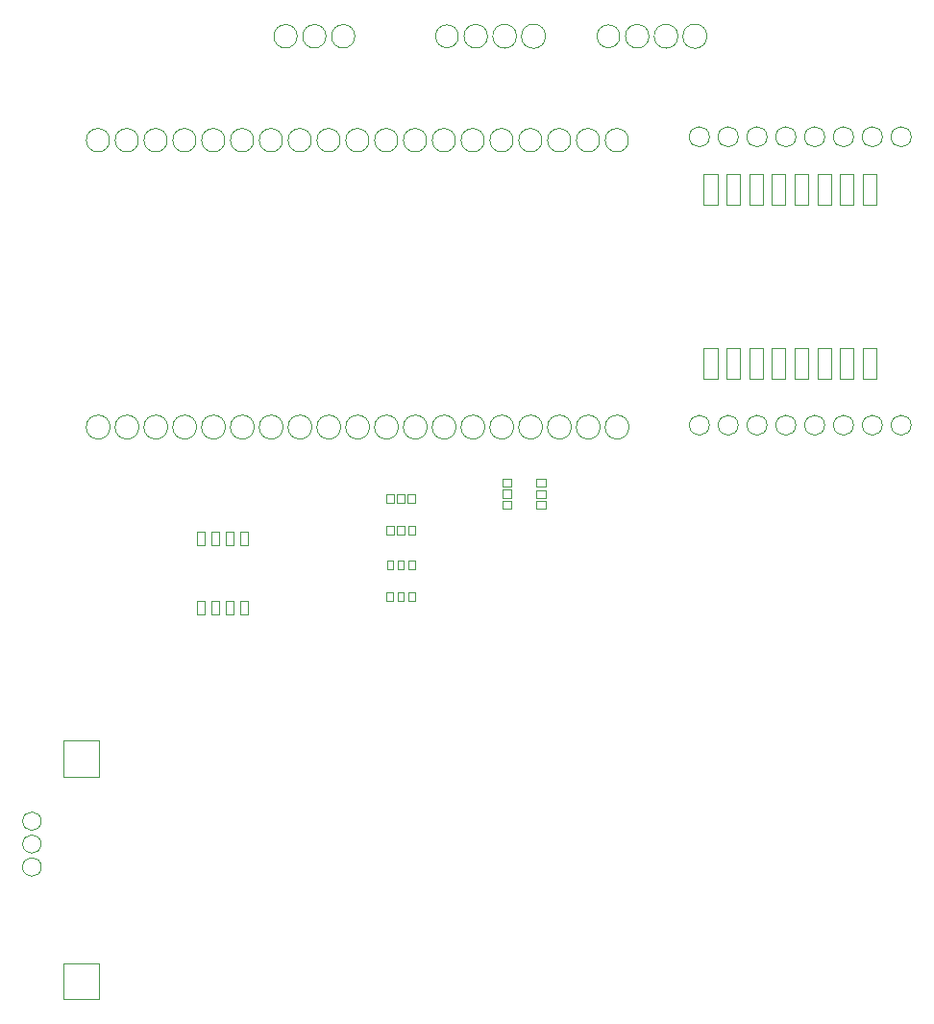
<source format=gm1>
G04*
G04 #@! TF.GenerationSoftware,Altium Limited,Altium Designer,21.9.2 (33)*
G04*
G04 Layer_Color=16711935*
%FSTAX24Y24*%
%MOIN*%
G70*
G04*
G04 #@! TF.SameCoordinates,6E6F4FCF-DDBA-4186-BE1C-5EC4A7FB59E6*
G04*
G04*
G04 #@! TF.FilePolarity,Positive*
G04*
G01*
G75*
%ADD81C,0.0020*%
D81*
X036063Y051362D02*
G03*
X036063Y051362I-000346J0D01*
G01*
X037063D02*
G03*
X037063Y051362I-000346J0D01*
G01*
X038063D02*
G03*
X038063Y051362I-000346J0D01*
G01*
X039063D02*
G03*
X039063Y051362I-000346J0D01*
G01*
X040063D02*
G03*
X040063Y051362I-000346J0D01*
G01*
X041063D02*
G03*
X041063Y051362I-000346J0D01*
G01*
X042063D02*
G03*
X042063Y051362I-000346J0D01*
G01*
X043063D02*
G03*
X043063Y051362I-000346J0D01*
G01*
X036067Y061362D02*
G03*
X036067Y061362I-00035J0D01*
G01*
X037067D02*
G03*
X037067Y061362I-00035J0D01*
G01*
X038067D02*
G03*
X038067Y061362I-00035J0D01*
G01*
X039067D02*
G03*
X039067Y061362I-00035J0D01*
G01*
X040067D02*
G03*
X040067Y061362I-00035J0D01*
G01*
X041067D02*
G03*
X041067Y061362I-00035J0D01*
G01*
X042067D02*
G03*
X042067Y061362I-00035J0D01*
G01*
X043067D02*
G03*
X043067Y061362I-00035J0D01*
G01*
X032957Y064848D02*
G03*
X032957Y064848I-000394J0D01*
G01*
X033971D02*
G03*
X033971Y064848I-000408J0D01*
G01*
X034976D02*
G03*
X034976Y064848I-000413J0D01*
G01*
X035982D02*
G03*
X035982Y064848I-000419J0D01*
G01*
X027357D02*
G03*
X027357Y064848I-000394J0D01*
G01*
X028371D02*
G03*
X028371Y064848I-000408J0D01*
G01*
X029376D02*
G03*
X029376Y064848I-000413J0D01*
G01*
X030382D02*
G03*
X030382Y064848I-000419J0D01*
G01*
X023766Y064848D02*
G03*
X023766Y064848I-000404J0D01*
G01*
X022766D02*
G03*
X022766Y064848I-000404J0D01*
G01*
X021766D02*
G03*
X021766Y064848I-000404J0D01*
G01*
X033259Y061243D02*
G03*
X033259Y061243I-000404J0D01*
G01*
X015277Y051298D02*
G03*
X015277Y051298I-000414J0D01*
G01*
X016277D02*
G03*
X016277Y051298I-000414J0D01*
G01*
X017277D02*
G03*
X017277Y051298I-000414J0D01*
G01*
X018277D02*
G03*
X018277Y051298I-000414J0D01*
G01*
X019277D02*
G03*
X019277Y051298I-000414J0D01*
G01*
X020277D02*
G03*
X020277Y051298I-000414J0D01*
G01*
X021277D02*
G03*
X021277Y051298I-000414J0D01*
G01*
X022277D02*
G03*
X022277Y051298I-000414J0D01*
G01*
X023277D02*
G03*
X023277Y051298I-000414J0D01*
G01*
X024277D02*
G03*
X024277Y051298I-000414J0D01*
G01*
X025277D02*
G03*
X025277Y051298I-000414J0D01*
G01*
X026277D02*
G03*
X026277Y051298I-000414J0D01*
G01*
X027277D02*
G03*
X027277Y051298I-000414J0D01*
G01*
X028277D02*
G03*
X028277Y051298I-000414J0D01*
G01*
X029277D02*
G03*
X029277Y051298I-000414J0D01*
G01*
X030277D02*
G03*
X030277Y051298I-000414J0D01*
G01*
X031277D02*
G03*
X031277Y051298I-000414J0D01*
G01*
X032277D02*
G03*
X032277Y051298I-000414J0D01*
G01*
X033277D02*
G03*
X033277Y051298I-000414J0D01*
G01*
X015259Y061243D02*
G03*
X015259Y061243I-000404J0D01*
G01*
X016259D02*
G03*
X016259Y061243I-000404J0D01*
G01*
X017259D02*
G03*
X017259Y061243I-000404J0D01*
G01*
X018259D02*
G03*
X018259Y061243I-000404J0D01*
G01*
X019259D02*
G03*
X019259Y061243I-000404J0D01*
G01*
X020259D02*
G03*
X020259Y061243I-000404J0D01*
G01*
X021259D02*
G03*
X021259Y061243I-000404J0D01*
G01*
X022259D02*
G03*
X022259Y061243I-000404J0D01*
G01*
X023259D02*
G03*
X023259Y061243I-000404J0D01*
G01*
X024259D02*
G03*
X024259Y061243I-000404J0D01*
G01*
X025259D02*
G03*
X025259Y061243I-000404J0D01*
G01*
X026259D02*
G03*
X026259Y061243I-000404J0D01*
G01*
X027259D02*
G03*
X027259Y061243I-000404J0D01*
G01*
X028259D02*
G03*
X028259Y061243I-000404J0D01*
G01*
X029259D02*
G03*
X029259Y061243I-000404J0D01*
G01*
X030259D02*
G03*
X030259Y061243I-000404J0D01*
G01*
X031259D02*
G03*
X031259Y061243I-000404J0D01*
G01*
X032259D02*
G03*
X032259Y061243I-000404J0D01*
G01*
X012887Y036048D02*
G03*
X012887Y036048I-000324J0D01*
G01*
X012881Y036842D02*
G03*
X012881Y036842I-000318J0D01*
G01*
X012883Y037635D02*
G03*
X012883Y037635I-00032J0D01*
G01*
X013642Y040437D02*
X014902D01*
Y039177D02*
Y040437D01*
X013642Y039177D02*
X014902D01*
X013642D02*
Y040437D01*
Y03272D02*
X014902D01*
Y03146D02*
Y03272D01*
X013642Y03146D02*
X014902D01*
X013642D02*
Y03272D01*
X035871Y054036D02*
X036343D01*
X035871Y052973D02*
Y054036D01*
Y052973D02*
X036343D01*
Y054036D01*
X036658D02*
X037131D01*
X036658Y052973D02*
Y054036D01*
Y052973D02*
X037131D01*
Y054036D01*
X037446D02*
X037918D01*
X037446Y052973D02*
Y054036D01*
Y052973D02*
X037918D01*
Y054036D01*
X038233D02*
X038706D01*
X038233Y052973D02*
Y054036D01*
Y052973D02*
X038706D01*
Y054036D01*
X039021D02*
X039493D01*
X039021Y052973D02*
Y054036D01*
Y052973D02*
X039493D01*
Y054036D01*
X039808D02*
X04028D01*
X039808Y052973D02*
Y054036D01*
Y052973D02*
X04028D01*
Y054036D01*
X040595D02*
X041068D01*
X040595Y052973D02*
Y054036D01*
Y052973D02*
X041068D01*
Y054036D01*
X041383D02*
X041855D01*
X041383Y052973D02*
Y054036D01*
Y052973D02*
X041855D01*
Y054036D01*
X035871Y06006D02*
X036343D01*
X035871Y058997D02*
Y06006D01*
Y058997D02*
X036343D01*
Y06006D01*
X036658D02*
X037131D01*
X036658Y058997D02*
Y06006D01*
Y058997D02*
X037131D01*
Y06006D01*
X037446D02*
X037918D01*
X037446Y058997D02*
Y06006D01*
Y058997D02*
X037918D01*
Y06006D01*
X038233D02*
X038706D01*
X038233Y058997D02*
Y06006D01*
Y058997D02*
X038706D01*
Y06006D01*
X039021D02*
X039493D01*
X039021Y058997D02*
Y06006D01*
Y058997D02*
X039493D01*
Y06006D01*
X039808D02*
X04028D01*
X039808Y058997D02*
Y06006D01*
Y058997D02*
X04028D01*
Y06006D01*
X040595D02*
X041068D01*
X040595Y058997D02*
Y06006D01*
Y058997D02*
X041068D01*
Y06006D01*
X041383Y058997D02*
Y06006D01*
Y058997D02*
X041855D01*
X041383Y06006D02*
X041855D01*
Y058997D02*
Y06006D01*
X025607Y048655D02*
X025855D01*
Y048958D01*
X025607D02*
X025855D01*
X025607Y048655D02*
Y048958D01*
X025233Y048655D02*
X025481D01*
Y048958D01*
X025233D02*
X025481D01*
X025233Y048655D02*
Y048958D01*
X024861Y048655D02*
X025109D01*
Y048958D01*
X024861D02*
X025109D01*
X024861Y048655D02*
Y048958D01*
X025609Y04757D02*
X025857D01*
Y047875D01*
X025609D02*
X025857D01*
X025609Y04757D02*
Y047875D01*
X025235Y04757D02*
X025483D01*
Y047875D01*
X025235D02*
X025483D01*
X025235Y04757D02*
Y047875D01*
X024861Y04757D02*
X025109D01*
Y047875D01*
X024861D02*
X025109D01*
X024861Y04757D02*
Y047875D01*
X024871Y045255D02*
Y045558D01*
X025099D01*
Y045255D02*
Y045558D01*
X024871Y045255D02*
X025099D01*
X025245D02*
Y045558D01*
X025473D01*
Y045255D02*
Y045558D01*
X025245Y045255D02*
X025473D01*
X025619D02*
Y045558D01*
X025847D01*
Y045255D02*
Y045558D01*
X025619Y045255D02*
X025847D01*
X024875Y046369D02*
Y046673D01*
X025099D01*
Y046369D02*
Y046673D01*
X024875Y046369D02*
X025099D01*
X025249D02*
Y046673D01*
X025473D01*
Y046369D02*
Y046673D01*
X025249Y046369D02*
X025473D01*
X025623D02*
Y046673D01*
X025847D01*
Y046369D02*
Y046673D01*
X025623Y046369D02*
X025847D01*
X030068Y048476D02*
X03038D01*
X030068D02*
Y048744D01*
X03038D01*
Y048476D02*
Y048744D01*
X028887Y048476D02*
X029198D01*
X028887D02*
Y048752D01*
X029198D01*
Y048476D02*
Y048752D01*
X030068Y04885D02*
X03038D01*
X030068D02*
Y049118D01*
X03038D01*
Y04885D02*
Y049118D01*
X030068Y049224D02*
X03038D01*
X030068D02*
Y049492D01*
X03038D01*
Y049224D02*
Y049492D01*
X028887Y04885D02*
X029198D01*
X028887D02*
Y049126D01*
X029198D01*
Y04885D02*
Y049126D01*
X028887Y049224D02*
X029198D01*
X028887D02*
Y0495D01*
X029198D01*
Y049224D02*
Y0495D01*
X019799Y047193D02*
X020074D01*
Y047666D01*
X019799D02*
X020074D01*
X019799Y047193D02*
Y047666D01*
X019299Y047193D02*
X019574D01*
Y047666D01*
X019299D02*
X019574D01*
X019299Y047193D02*
Y047666D01*
X018799Y047193D02*
X019074D01*
Y047666D01*
X018799D02*
X019074D01*
X018799Y047193D02*
Y047666D01*
X018299Y047193D02*
X018574D01*
Y047666D01*
X018299D02*
X018574D01*
X018299Y047193D02*
Y047666D01*
X019799Y044792D02*
X020074D01*
Y045264D01*
X019799D02*
X020074D01*
X019799Y044792D02*
Y045264D01*
X019299Y044792D02*
X019574D01*
Y045264D01*
X019299D02*
X019574D01*
X019299Y044792D02*
Y045264D01*
X018799Y044792D02*
X019074D01*
Y045264D01*
X018799D02*
X019074D01*
X018799Y044792D02*
Y045264D01*
X018299Y044792D02*
X018574D01*
Y045264D01*
X018299D02*
X018574D01*
X018299Y044792D02*
Y045264D01*
M02*

</source>
